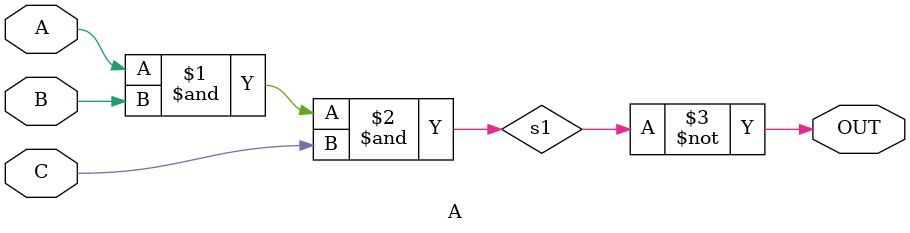
<source format=v>
module A(A, B, C, OUT);
input A, B, C;
output OUT;
wire s1;

and	(s1,A,B,C);
not	(OUT, s1);

endmodule
</source>
